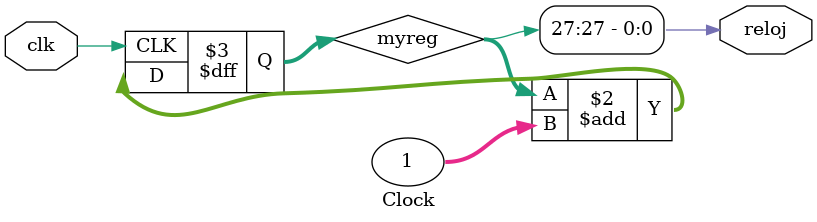
<source format=v>
`timescale 1ns / 1ps

module Clock(input clk,
             output reloj);

reg [31:0] myreg;

always @(posedge clk)
    myreg <= myreg + 1;

assign reloj = myreg[27];

endmodule

</source>
